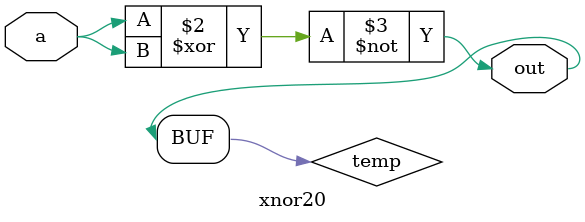
<source format=v>
module xnor20 (
    input wire a,
    output wire out
);

reg temp;
always @(*) begin
    temp = ~(a ^ a);
end

assign out = temp;

endmodule

</source>
